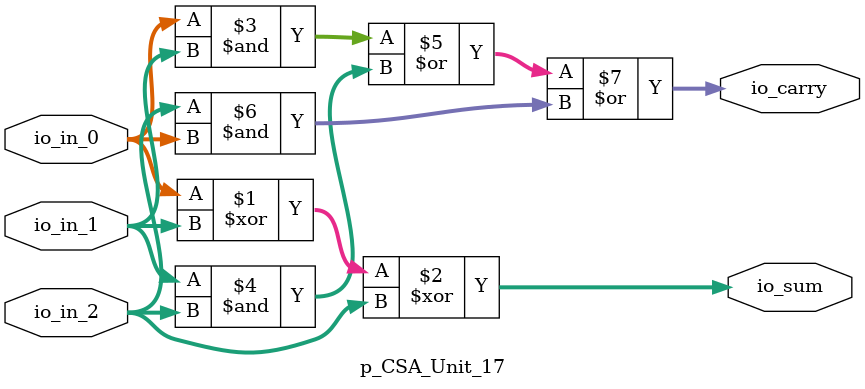
<source format=sv>
module p_CSA_Unit_17(
  input  [10:0] io_in_0,
                io_in_1,
                io_in_2,
  output [10:0] io_sum,
                io_carry
);

  assign io_sum = io_in_0 ^ io_in_1 ^ io_in_2;
  assign io_carry = io_in_0 & io_in_1 | io_in_1 & io_in_2 | io_in_2 & io_in_0;
endmodule


</source>
